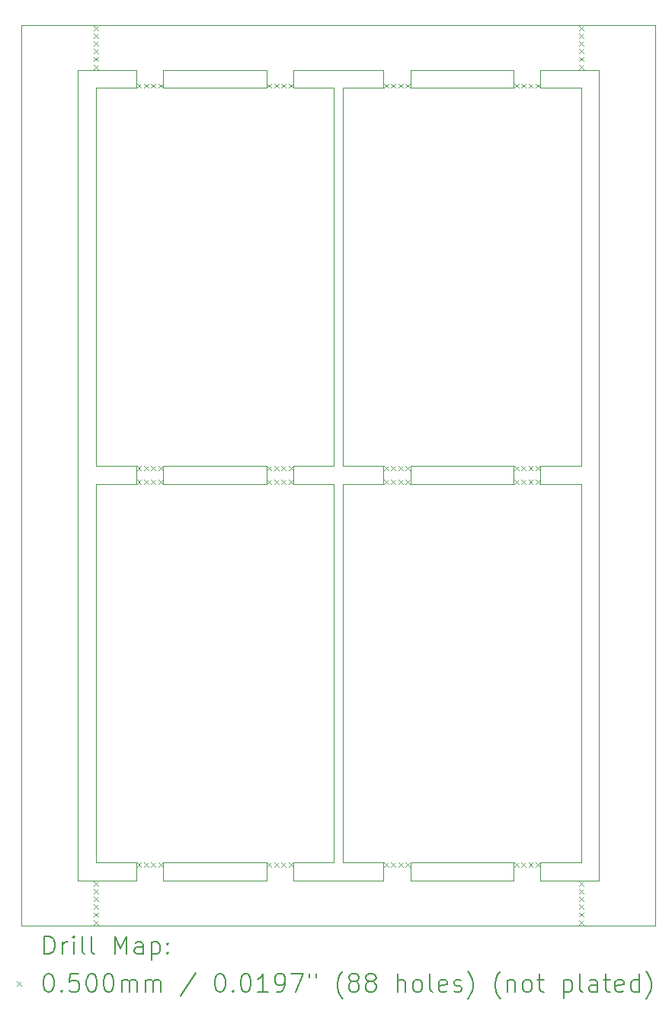
<source format=gbr>
%TF.GenerationSoftware,KiCad,Pcbnew,9.0.4*%
%TF.CreationDate,2025-08-20T19:39:29-04:00*%
%TF.ProjectId,jlcpcb_4x4,6a6c6370-6362-45f3-9478-342e6b696361,rev?*%
%TF.SameCoordinates,Original*%
%TF.FileFunction,Drillmap*%
%TF.FilePolarity,Positive*%
%FSLAX45Y45*%
G04 Gerber Fmt 4.5, Leading zero omitted, Abs format (unit mm)*
G04 Created by KiCad (PCBNEW 9.0.4) date 2025-08-20 19:39:29*
%MOMM*%
%LPD*%
G01*
G04 APERTURE LIST*
%ADD10C,0.100000*%
%ADD11C,0.200000*%
G04 APERTURE END LIST*
D10*
X827000Y-700000D02*
X827000Y-4900000D01*
X3473000Y-700000D02*
X3023000Y-700000D01*
X5469000Y-4999900D02*
X5469000Y-5000100D01*
X627000Y-500000D02*
X1277000Y-500000D01*
X5769000Y-4999900D02*
X5769000Y-4900000D01*
X4023000Y-9500000D02*
X3023000Y-9500000D01*
X4323000Y-4999900D02*
X4323000Y-4900000D01*
X1277000Y-500000D02*
X1277000Y-700000D01*
X2723000Y-5100000D02*
X1577000Y-5100000D01*
X4023000Y-4999900D02*
X4023000Y-5000100D01*
X5769000Y-9500000D02*
X5769000Y-9300000D01*
X3023000Y-5100000D02*
X3023000Y-5000100D01*
X5769000Y-9300000D02*
X6219000Y-9300000D01*
X827000Y-9300000D02*
X1277000Y-9300000D01*
X4023000Y-5000100D02*
X4023000Y-5100000D01*
X1277000Y-5000100D02*
X1277000Y-5100000D01*
X5769000Y-5100000D02*
X5769000Y-5000100D01*
X2723000Y-9500000D02*
X1577000Y-9500000D01*
X1277000Y-9300000D02*
X1277000Y-9500000D01*
X4023000Y-500000D02*
X4023000Y-700000D01*
X1577000Y-9300000D02*
X2723000Y-9300000D01*
X4023000Y-9300000D02*
X4023000Y-9500000D01*
X827000Y-5100000D02*
X827000Y-9300000D01*
X4023000Y-4900000D02*
X4023000Y-4999900D01*
X0Y-10000000D02*
X7046000Y-10000000D01*
X4323000Y-4900000D02*
X5469000Y-4900000D01*
X6219000Y-9300000D02*
X6219000Y-5100000D01*
X5469000Y-5000100D02*
X5469000Y-5100000D01*
X1277000Y-4900000D02*
X1277000Y-4999900D01*
X4323000Y-500000D02*
X5469000Y-500000D01*
X3023000Y-9300000D02*
X3473000Y-9300000D01*
X7046000Y-10000000D02*
X7046000Y0D01*
X2723000Y-4900000D02*
X2723000Y-4999900D01*
X3023000Y-4999900D02*
X3023000Y-4900000D01*
X3573000Y-9300000D02*
X4023000Y-9300000D01*
X5769000Y-4900000D02*
X6219000Y-4900000D01*
X4323000Y-5100000D02*
X4323000Y-5000100D01*
X1577000Y-5000100D02*
X1577000Y-4999900D01*
X3473000Y-9300000D02*
X3473000Y-5100000D01*
X4023000Y-5100000D02*
X3573000Y-5100000D01*
X4323000Y-700000D02*
X4323000Y-500000D01*
X627000Y-9500000D02*
X627000Y-500000D01*
X4323000Y-5000100D02*
X4323000Y-4999900D01*
X5469000Y-5100000D02*
X4323000Y-5100000D01*
X6419000Y-500000D02*
X6419000Y-9500000D01*
X1577000Y-5100000D02*
X1577000Y-5000100D01*
X2723000Y-4999900D02*
X2723000Y-5000100D01*
X1277000Y-700000D02*
X827000Y-700000D01*
X3023000Y-5000100D02*
X3023000Y-4999900D01*
X6219000Y-5100000D02*
X5769000Y-5100000D01*
X5469000Y-9300000D02*
X5469000Y-9500000D01*
X3023000Y-500000D02*
X4023000Y-500000D01*
X1577000Y-500000D02*
X2723000Y-500000D01*
X6219000Y-4900000D02*
X6219000Y-700000D01*
X6419000Y-9500000D02*
X5769000Y-9500000D01*
X5469000Y-9500000D02*
X4323000Y-9500000D01*
X5769000Y-700000D02*
X5769000Y-500000D01*
X1277000Y-5100000D02*
X827000Y-5100000D01*
X2723000Y-500000D02*
X2723000Y-700000D01*
X6219000Y-700000D02*
X5769000Y-700000D01*
X2723000Y-700000D02*
X1577000Y-700000D01*
X1277000Y-9500000D02*
X627000Y-9500000D01*
X0Y0D02*
X0Y-10000000D01*
X5469000Y-500000D02*
X5469000Y-700000D01*
X5469000Y-4900000D02*
X5469000Y-4999900D01*
X1577000Y-4900000D02*
X2723000Y-4900000D01*
X5469000Y-700000D02*
X4323000Y-700000D01*
X1577000Y-4999900D02*
X1577000Y-4900000D01*
X3023000Y-700000D02*
X3023000Y-500000D01*
X7046000Y0D02*
X0Y0D01*
X3573000Y-700000D02*
X3573000Y-4900000D01*
X3573000Y-4900000D02*
X4023000Y-4900000D01*
X3473000Y-4900000D02*
X3473000Y-700000D01*
X4323000Y-9500000D02*
X4323000Y-9300000D01*
X3023000Y-9500000D02*
X3023000Y-9300000D01*
X1277000Y-4999900D02*
X1277000Y-5000100D01*
X3473000Y-5100000D02*
X3023000Y-5100000D01*
X4323000Y-9300000D02*
X5469000Y-9300000D01*
X2723000Y-9300000D02*
X2723000Y-9500000D01*
X3573000Y-5100000D02*
X3573000Y-9300000D01*
X5769000Y-500000D02*
X6419000Y-500000D01*
X1577000Y-9500000D02*
X1577000Y-9300000D01*
X827000Y-4900000D02*
X1277000Y-4900000D01*
X5769000Y-5000100D02*
X5769000Y-4999900D01*
X4023000Y-700000D02*
X3573000Y-700000D01*
X3023000Y-4900000D02*
X3473000Y-4900000D01*
X2723000Y-5000100D02*
X2723000Y-5100000D01*
X1577000Y-700000D02*
X1577000Y-500000D01*
D11*
D10*
X802000Y-10714D02*
X852000Y-60714D01*
X852000Y-10714D02*
X802000Y-60714D01*
X802000Y-96429D02*
X852000Y-146429D01*
X852000Y-96429D02*
X802000Y-146429D01*
X802000Y-182143D02*
X852000Y-232143D01*
X852000Y-182143D02*
X802000Y-232143D01*
X802000Y-267857D02*
X852000Y-317857D01*
X852000Y-267857D02*
X802000Y-317857D01*
X802000Y-353571D02*
X852000Y-403571D01*
X852000Y-353571D02*
X802000Y-403571D01*
X802000Y-439286D02*
X852000Y-489286D01*
X852000Y-439286D02*
X802000Y-489286D01*
X802000Y-9510714D02*
X852000Y-9560714D01*
X852000Y-9510714D02*
X802000Y-9560714D01*
X802000Y-9596429D02*
X852000Y-9646429D01*
X852000Y-9596429D02*
X802000Y-9646429D01*
X802000Y-9682143D02*
X852000Y-9732143D01*
X852000Y-9682143D02*
X802000Y-9732143D01*
X802000Y-9767857D02*
X852000Y-9817857D01*
X852000Y-9767857D02*
X802000Y-9817857D01*
X802000Y-9853571D02*
X852000Y-9903571D01*
X852000Y-9853571D02*
X802000Y-9903571D01*
X802000Y-9939286D02*
X852000Y-9989286D01*
X852000Y-9939286D02*
X802000Y-9989286D01*
X1282000Y-650000D02*
X1332000Y-700000D01*
X1332000Y-650000D02*
X1282000Y-700000D01*
X1282000Y-4900000D02*
X1332000Y-4950000D01*
X1332000Y-4900000D02*
X1282000Y-4950000D01*
X1282000Y-5050000D02*
X1332000Y-5100000D01*
X1332000Y-5050000D02*
X1282000Y-5100000D01*
X1282000Y-9300000D02*
X1332000Y-9350000D01*
X1332000Y-9300000D02*
X1282000Y-9350000D01*
X1362000Y-650000D02*
X1412000Y-700000D01*
X1412000Y-650000D02*
X1362000Y-700000D01*
X1362000Y-4900000D02*
X1412000Y-4950000D01*
X1412000Y-4900000D02*
X1362000Y-4950000D01*
X1362000Y-5050000D02*
X1412000Y-5100000D01*
X1412000Y-5050000D02*
X1362000Y-5100000D01*
X1362000Y-9300000D02*
X1412000Y-9350000D01*
X1412000Y-9300000D02*
X1362000Y-9350000D01*
X1442000Y-650000D02*
X1492000Y-700000D01*
X1492000Y-650000D02*
X1442000Y-700000D01*
X1442000Y-4900000D02*
X1492000Y-4950000D01*
X1492000Y-4900000D02*
X1442000Y-4950000D01*
X1442000Y-5050000D02*
X1492000Y-5100000D01*
X1492000Y-5050000D02*
X1442000Y-5100000D01*
X1442000Y-9300000D02*
X1492000Y-9350000D01*
X1492000Y-9300000D02*
X1442000Y-9350000D01*
X1522000Y-650000D02*
X1572000Y-700000D01*
X1572000Y-650000D02*
X1522000Y-700000D01*
X1522000Y-4900000D02*
X1572000Y-4950000D01*
X1572000Y-4900000D02*
X1522000Y-4950000D01*
X1522000Y-5050000D02*
X1572000Y-5100000D01*
X1572000Y-5050000D02*
X1522000Y-5100000D01*
X1522000Y-9300000D02*
X1572000Y-9350000D01*
X1572000Y-9300000D02*
X1522000Y-9350000D01*
X2728000Y-650000D02*
X2778000Y-700000D01*
X2778000Y-650000D02*
X2728000Y-700000D01*
X2728000Y-4900000D02*
X2778000Y-4950000D01*
X2778000Y-4900000D02*
X2728000Y-4950000D01*
X2728000Y-5050000D02*
X2778000Y-5100000D01*
X2778000Y-5050000D02*
X2728000Y-5100000D01*
X2728000Y-9300000D02*
X2778000Y-9350000D01*
X2778000Y-9300000D02*
X2728000Y-9350000D01*
X2808000Y-650000D02*
X2858000Y-700000D01*
X2858000Y-650000D02*
X2808000Y-700000D01*
X2808000Y-4900000D02*
X2858000Y-4950000D01*
X2858000Y-4900000D02*
X2808000Y-4950000D01*
X2808000Y-5050000D02*
X2858000Y-5100000D01*
X2858000Y-5050000D02*
X2808000Y-5100000D01*
X2808000Y-9300000D02*
X2858000Y-9350000D01*
X2858000Y-9300000D02*
X2808000Y-9350000D01*
X2888000Y-650000D02*
X2938000Y-700000D01*
X2938000Y-650000D02*
X2888000Y-700000D01*
X2888000Y-4900000D02*
X2938000Y-4950000D01*
X2938000Y-4900000D02*
X2888000Y-4950000D01*
X2888000Y-5050000D02*
X2938000Y-5100000D01*
X2938000Y-5050000D02*
X2888000Y-5100000D01*
X2888000Y-9300000D02*
X2938000Y-9350000D01*
X2938000Y-9300000D02*
X2888000Y-9350000D01*
X2968000Y-650000D02*
X3018000Y-700000D01*
X3018000Y-650000D02*
X2968000Y-700000D01*
X2968000Y-4900000D02*
X3018000Y-4950000D01*
X3018000Y-4900000D02*
X2968000Y-4950000D01*
X2968000Y-5050000D02*
X3018000Y-5100000D01*
X3018000Y-5050000D02*
X2968000Y-5100000D01*
X2968000Y-9300000D02*
X3018000Y-9350000D01*
X3018000Y-9300000D02*
X2968000Y-9350000D01*
X4028000Y-650000D02*
X4078000Y-700000D01*
X4078000Y-650000D02*
X4028000Y-700000D01*
X4028000Y-4900000D02*
X4078000Y-4950000D01*
X4078000Y-4900000D02*
X4028000Y-4950000D01*
X4028000Y-5050000D02*
X4078000Y-5100000D01*
X4078000Y-5050000D02*
X4028000Y-5100000D01*
X4028000Y-9300000D02*
X4078000Y-9350000D01*
X4078000Y-9300000D02*
X4028000Y-9350000D01*
X4108000Y-650000D02*
X4158000Y-700000D01*
X4158000Y-650000D02*
X4108000Y-700000D01*
X4108000Y-4900000D02*
X4158000Y-4950000D01*
X4158000Y-4900000D02*
X4108000Y-4950000D01*
X4108000Y-5050000D02*
X4158000Y-5100000D01*
X4158000Y-5050000D02*
X4108000Y-5100000D01*
X4108000Y-9300000D02*
X4158000Y-9350000D01*
X4158000Y-9300000D02*
X4108000Y-9350000D01*
X4188000Y-650000D02*
X4238000Y-700000D01*
X4238000Y-650000D02*
X4188000Y-700000D01*
X4188000Y-4900000D02*
X4238000Y-4950000D01*
X4238000Y-4900000D02*
X4188000Y-4950000D01*
X4188000Y-5050000D02*
X4238000Y-5100000D01*
X4238000Y-5050000D02*
X4188000Y-5100000D01*
X4188000Y-9300000D02*
X4238000Y-9350000D01*
X4238000Y-9300000D02*
X4188000Y-9350000D01*
X4268000Y-650000D02*
X4318000Y-700000D01*
X4318000Y-650000D02*
X4268000Y-700000D01*
X4268000Y-4900000D02*
X4318000Y-4950000D01*
X4318000Y-4900000D02*
X4268000Y-4950000D01*
X4268000Y-5050000D02*
X4318000Y-5100000D01*
X4318000Y-5050000D02*
X4268000Y-5100000D01*
X4268000Y-9300000D02*
X4318000Y-9350000D01*
X4318000Y-9300000D02*
X4268000Y-9350000D01*
X5474000Y-650000D02*
X5524000Y-700000D01*
X5524000Y-650000D02*
X5474000Y-700000D01*
X5474000Y-4900000D02*
X5524000Y-4950000D01*
X5524000Y-4900000D02*
X5474000Y-4950000D01*
X5474000Y-5050000D02*
X5524000Y-5100000D01*
X5524000Y-5050000D02*
X5474000Y-5100000D01*
X5474000Y-9300000D02*
X5524000Y-9350000D01*
X5524000Y-9300000D02*
X5474000Y-9350000D01*
X5554000Y-650000D02*
X5604000Y-700000D01*
X5604000Y-650000D02*
X5554000Y-700000D01*
X5554000Y-4900000D02*
X5604000Y-4950000D01*
X5604000Y-4900000D02*
X5554000Y-4950000D01*
X5554000Y-5050000D02*
X5604000Y-5100000D01*
X5604000Y-5050000D02*
X5554000Y-5100000D01*
X5554000Y-9300000D02*
X5604000Y-9350000D01*
X5604000Y-9300000D02*
X5554000Y-9350000D01*
X5634000Y-650000D02*
X5684000Y-700000D01*
X5684000Y-650000D02*
X5634000Y-700000D01*
X5634000Y-4900000D02*
X5684000Y-4950000D01*
X5684000Y-4900000D02*
X5634000Y-4950000D01*
X5634000Y-5050000D02*
X5684000Y-5100000D01*
X5684000Y-5050000D02*
X5634000Y-5100000D01*
X5634000Y-9300000D02*
X5684000Y-9350000D01*
X5684000Y-9300000D02*
X5634000Y-9350000D01*
X5714000Y-650000D02*
X5764000Y-700000D01*
X5764000Y-650000D02*
X5714000Y-700000D01*
X5714000Y-4900000D02*
X5764000Y-4950000D01*
X5764000Y-4900000D02*
X5714000Y-4950000D01*
X5714000Y-5050000D02*
X5764000Y-5100000D01*
X5764000Y-5050000D02*
X5714000Y-5100000D01*
X5714000Y-9300000D02*
X5764000Y-9350000D01*
X5764000Y-9300000D02*
X5714000Y-9350000D01*
X6194000Y-10714D02*
X6244000Y-60714D01*
X6244000Y-10714D02*
X6194000Y-60714D01*
X6194000Y-96429D02*
X6244000Y-146429D01*
X6244000Y-96429D02*
X6194000Y-146429D01*
X6194000Y-182143D02*
X6244000Y-232143D01*
X6244000Y-182143D02*
X6194000Y-232143D01*
X6194000Y-267857D02*
X6244000Y-317857D01*
X6244000Y-267857D02*
X6194000Y-317857D01*
X6194000Y-353571D02*
X6244000Y-403571D01*
X6244000Y-353571D02*
X6194000Y-403571D01*
X6194000Y-439286D02*
X6244000Y-489286D01*
X6244000Y-439286D02*
X6194000Y-489286D01*
X6194000Y-9510714D02*
X6244000Y-9560714D01*
X6244000Y-9510714D02*
X6194000Y-9560714D01*
X6194000Y-9596429D02*
X6244000Y-9646429D01*
X6244000Y-9596429D02*
X6194000Y-9646429D01*
X6194000Y-9682143D02*
X6244000Y-9732143D01*
X6244000Y-9682143D02*
X6194000Y-9732143D01*
X6194000Y-9767857D02*
X6244000Y-9817857D01*
X6244000Y-9767857D02*
X6194000Y-9817857D01*
X6194000Y-9853571D02*
X6244000Y-9903571D01*
X6244000Y-9853571D02*
X6194000Y-9903571D01*
X6194000Y-9939286D02*
X6244000Y-9989286D01*
X6244000Y-9939286D02*
X6194000Y-9989286D01*
D11*
X255777Y-10316484D02*
X255777Y-10116484D01*
X255777Y-10116484D02*
X303396Y-10116484D01*
X303396Y-10116484D02*
X331967Y-10126008D01*
X331967Y-10126008D02*
X351015Y-10145055D01*
X351015Y-10145055D02*
X360539Y-10164103D01*
X360539Y-10164103D02*
X370062Y-10202198D01*
X370062Y-10202198D02*
X370062Y-10230770D01*
X370062Y-10230770D02*
X360539Y-10268865D01*
X360539Y-10268865D02*
X351015Y-10287912D01*
X351015Y-10287912D02*
X331967Y-10306960D01*
X331967Y-10306960D02*
X303396Y-10316484D01*
X303396Y-10316484D02*
X255777Y-10316484D01*
X455777Y-10316484D02*
X455777Y-10183150D01*
X455777Y-10221246D02*
X465301Y-10202198D01*
X465301Y-10202198D02*
X474824Y-10192674D01*
X474824Y-10192674D02*
X493872Y-10183150D01*
X493872Y-10183150D02*
X512920Y-10183150D01*
X579586Y-10316484D02*
X579586Y-10183150D01*
X579586Y-10116484D02*
X570063Y-10126008D01*
X570063Y-10126008D02*
X579586Y-10135531D01*
X579586Y-10135531D02*
X589110Y-10126008D01*
X589110Y-10126008D02*
X579586Y-10116484D01*
X579586Y-10116484D02*
X579586Y-10135531D01*
X703396Y-10316484D02*
X684348Y-10306960D01*
X684348Y-10306960D02*
X674824Y-10287912D01*
X674824Y-10287912D02*
X674824Y-10116484D01*
X808158Y-10316484D02*
X789110Y-10306960D01*
X789110Y-10306960D02*
X779586Y-10287912D01*
X779586Y-10287912D02*
X779586Y-10116484D01*
X1036729Y-10316484D02*
X1036729Y-10116484D01*
X1036729Y-10116484D02*
X1103396Y-10259341D01*
X1103396Y-10259341D02*
X1170063Y-10116484D01*
X1170063Y-10116484D02*
X1170063Y-10316484D01*
X1351015Y-10316484D02*
X1351015Y-10211722D01*
X1351015Y-10211722D02*
X1341491Y-10192674D01*
X1341491Y-10192674D02*
X1322444Y-10183150D01*
X1322444Y-10183150D02*
X1284348Y-10183150D01*
X1284348Y-10183150D02*
X1265301Y-10192674D01*
X1351015Y-10306960D02*
X1331967Y-10316484D01*
X1331967Y-10316484D02*
X1284348Y-10316484D01*
X1284348Y-10316484D02*
X1265301Y-10306960D01*
X1265301Y-10306960D02*
X1255777Y-10287912D01*
X1255777Y-10287912D02*
X1255777Y-10268865D01*
X1255777Y-10268865D02*
X1265301Y-10249817D01*
X1265301Y-10249817D02*
X1284348Y-10240293D01*
X1284348Y-10240293D02*
X1331967Y-10240293D01*
X1331967Y-10240293D02*
X1351015Y-10230770D01*
X1446253Y-10183150D02*
X1446253Y-10383150D01*
X1446253Y-10192674D02*
X1465301Y-10183150D01*
X1465301Y-10183150D02*
X1503396Y-10183150D01*
X1503396Y-10183150D02*
X1522443Y-10192674D01*
X1522443Y-10192674D02*
X1531967Y-10202198D01*
X1531967Y-10202198D02*
X1541491Y-10221246D01*
X1541491Y-10221246D02*
X1541491Y-10278389D01*
X1541491Y-10278389D02*
X1531967Y-10297436D01*
X1531967Y-10297436D02*
X1522443Y-10306960D01*
X1522443Y-10306960D02*
X1503396Y-10316484D01*
X1503396Y-10316484D02*
X1465301Y-10316484D01*
X1465301Y-10316484D02*
X1446253Y-10306960D01*
X1627205Y-10297436D02*
X1636729Y-10306960D01*
X1636729Y-10306960D02*
X1627205Y-10316484D01*
X1627205Y-10316484D02*
X1617682Y-10306960D01*
X1617682Y-10306960D02*
X1627205Y-10297436D01*
X1627205Y-10297436D02*
X1627205Y-10316484D01*
X1627205Y-10192674D02*
X1636729Y-10202198D01*
X1636729Y-10202198D02*
X1627205Y-10211722D01*
X1627205Y-10211722D02*
X1617682Y-10202198D01*
X1617682Y-10202198D02*
X1627205Y-10192674D01*
X1627205Y-10192674D02*
X1627205Y-10211722D01*
D10*
X-55000Y-10620000D02*
X-5000Y-10670000D01*
X-5000Y-10620000D02*
X-55000Y-10670000D01*
D11*
X293872Y-10536484D02*
X312920Y-10536484D01*
X312920Y-10536484D02*
X331967Y-10546008D01*
X331967Y-10546008D02*
X341491Y-10555531D01*
X341491Y-10555531D02*
X351015Y-10574579D01*
X351015Y-10574579D02*
X360539Y-10612674D01*
X360539Y-10612674D02*
X360539Y-10660293D01*
X360539Y-10660293D02*
X351015Y-10698389D01*
X351015Y-10698389D02*
X341491Y-10717436D01*
X341491Y-10717436D02*
X331967Y-10726960D01*
X331967Y-10726960D02*
X312920Y-10736484D01*
X312920Y-10736484D02*
X293872Y-10736484D01*
X293872Y-10736484D02*
X274824Y-10726960D01*
X274824Y-10726960D02*
X265301Y-10717436D01*
X265301Y-10717436D02*
X255777Y-10698389D01*
X255777Y-10698389D02*
X246253Y-10660293D01*
X246253Y-10660293D02*
X246253Y-10612674D01*
X246253Y-10612674D02*
X255777Y-10574579D01*
X255777Y-10574579D02*
X265301Y-10555531D01*
X265301Y-10555531D02*
X274824Y-10546008D01*
X274824Y-10546008D02*
X293872Y-10536484D01*
X446253Y-10717436D02*
X455777Y-10726960D01*
X455777Y-10726960D02*
X446253Y-10736484D01*
X446253Y-10736484D02*
X436729Y-10726960D01*
X436729Y-10726960D02*
X446253Y-10717436D01*
X446253Y-10717436D02*
X446253Y-10736484D01*
X636729Y-10536484D02*
X541491Y-10536484D01*
X541491Y-10536484D02*
X531967Y-10631722D01*
X531967Y-10631722D02*
X541491Y-10622198D01*
X541491Y-10622198D02*
X560539Y-10612674D01*
X560539Y-10612674D02*
X608158Y-10612674D01*
X608158Y-10612674D02*
X627205Y-10622198D01*
X627205Y-10622198D02*
X636729Y-10631722D01*
X636729Y-10631722D02*
X646253Y-10650770D01*
X646253Y-10650770D02*
X646253Y-10698389D01*
X646253Y-10698389D02*
X636729Y-10717436D01*
X636729Y-10717436D02*
X627205Y-10726960D01*
X627205Y-10726960D02*
X608158Y-10736484D01*
X608158Y-10736484D02*
X560539Y-10736484D01*
X560539Y-10736484D02*
X541491Y-10726960D01*
X541491Y-10726960D02*
X531967Y-10717436D01*
X770062Y-10536484D02*
X789110Y-10536484D01*
X789110Y-10536484D02*
X808158Y-10546008D01*
X808158Y-10546008D02*
X817682Y-10555531D01*
X817682Y-10555531D02*
X827205Y-10574579D01*
X827205Y-10574579D02*
X836729Y-10612674D01*
X836729Y-10612674D02*
X836729Y-10660293D01*
X836729Y-10660293D02*
X827205Y-10698389D01*
X827205Y-10698389D02*
X817682Y-10717436D01*
X817682Y-10717436D02*
X808158Y-10726960D01*
X808158Y-10726960D02*
X789110Y-10736484D01*
X789110Y-10736484D02*
X770062Y-10736484D01*
X770062Y-10736484D02*
X751015Y-10726960D01*
X751015Y-10726960D02*
X741491Y-10717436D01*
X741491Y-10717436D02*
X731967Y-10698389D01*
X731967Y-10698389D02*
X722443Y-10660293D01*
X722443Y-10660293D02*
X722443Y-10612674D01*
X722443Y-10612674D02*
X731967Y-10574579D01*
X731967Y-10574579D02*
X741491Y-10555531D01*
X741491Y-10555531D02*
X751015Y-10546008D01*
X751015Y-10546008D02*
X770062Y-10536484D01*
X960539Y-10536484D02*
X979586Y-10536484D01*
X979586Y-10536484D02*
X998634Y-10546008D01*
X998634Y-10546008D02*
X1008158Y-10555531D01*
X1008158Y-10555531D02*
X1017682Y-10574579D01*
X1017682Y-10574579D02*
X1027205Y-10612674D01*
X1027205Y-10612674D02*
X1027205Y-10660293D01*
X1027205Y-10660293D02*
X1017682Y-10698389D01*
X1017682Y-10698389D02*
X1008158Y-10717436D01*
X1008158Y-10717436D02*
X998634Y-10726960D01*
X998634Y-10726960D02*
X979586Y-10736484D01*
X979586Y-10736484D02*
X960539Y-10736484D01*
X960539Y-10736484D02*
X941491Y-10726960D01*
X941491Y-10726960D02*
X931967Y-10717436D01*
X931967Y-10717436D02*
X922443Y-10698389D01*
X922443Y-10698389D02*
X912920Y-10660293D01*
X912920Y-10660293D02*
X912920Y-10612674D01*
X912920Y-10612674D02*
X922443Y-10574579D01*
X922443Y-10574579D02*
X931967Y-10555531D01*
X931967Y-10555531D02*
X941491Y-10546008D01*
X941491Y-10546008D02*
X960539Y-10536484D01*
X1112920Y-10736484D02*
X1112920Y-10603150D01*
X1112920Y-10622198D02*
X1122444Y-10612674D01*
X1122444Y-10612674D02*
X1141491Y-10603150D01*
X1141491Y-10603150D02*
X1170063Y-10603150D01*
X1170063Y-10603150D02*
X1189110Y-10612674D01*
X1189110Y-10612674D02*
X1198634Y-10631722D01*
X1198634Y-10631722D02*
X1198634Y-10736484D01*
X1198634Y-10631722D02*
X1208158Y-10612674D01*
X1208158Y-10612674D02*
X1227205Y-10603150D01*
X1227205Y-10603150D02*
X1255777Y-10603150D01*
X1255777Y-10603150D02*
X1274825Y-10612674D01*
X1274825Y-10612674D02*
X1284348Y-10631722D01*
X1284348Y-10631722D02*
X1284348Y-10736484D01*
X1379586Y-10736484D02*
X1379586Y-10603150D01*
X1379586Y-10622198D02*
X1389110Y-10612674D01*
X1389110Y-10612674D02*
X1408158Y-10603150D01*
X1408158Y-10603150D02*
X1436729Y-10603150D01*
X1436729Y-10603150D02*
X1455777Y-10612674D01*
X1455777Y-10612674D02*
X1465301Y-10631722D01*
X1465301Y-10631722D02*
X1465301Y-10736484D01*
X1465301Y-10631722D02*
X1474824Y-10612674D01*
X1474824Y-10612674D02*
X1493872Y-10603150D01*
X1493872Y-10603150D02*
X1522443Y-10603150D01*
X1522443Y-10603150D02*
X1541491Y-10612674D01*
X1541491Y-10612674D02*
X1551015Y-10631722D01*
X1551015Y-10631722D02*
X1551015Y-10736484D01*
X1941491Y-10526960D02*
X1770063Y-10784103D01*
X2198634Y-10536484D02*
X2217682Y-10536484D01*
X2217682Y-10536484D02*
X2236729Y-10546008D01*
X2236729Y-10546008D02*
X2246253Y-10555531D01*
X2246253Y-10555531D02*
X2255777Y-10574579D01*
X2255777Y-10574579D02*
X2265301Y-10612674D01*
X2265301Y-10612674D02*
X2265301Y-10660293D01*
X2265301Y-10660293D02*
X2255777Y-10698389D01*
X2255777Y-10698389D02*
X2246253Y-10717436D01*
X2246253Y-10717436D02*
X2236729Y-10726960D01*
X2236729Y-10726960D02*
X2217682Y-10736484D01*
X2217682Y-10736484D02*
X2198634Y-10736484D01*
X2198634Y-10736484D02*
X2179587Y-10726960D01*
X2179587Y-10726960D02*
X2170063Y-10717436D01*
X2170063Y-10717436D02*
X2160539Y-10698389D01*
X2160539Y-10698389D02*
X2151015Y-10660293D01*
X2151015Y-10660293D02*
X2151015Y-10612674D01*
X2151015Y-10612674D02*
X2160539Y-10574579D01*
X2160539Y-10574579D02*
X2170063Y-10555531D01*
X2170063Y-10555531D02*
X2179587Y-10546008D01*
X2179587Y-10546008D02*
X2198634Y-10536484D01*
X2351015Y-10717436D02*
X2360539Y-10726960D01*
X2360539Y-10726960D02*
X2351015Y-10736484D01*
X2351015Y-10736484D02*
X2341491Y-10726960D01*
X2341491Y-10726960D02*
X2351015Y-10717436D01*
X2351015Y-10717436D02*
X2351015Y-10736484D01*
X2484348Y-10536484D02*
X2503396Y-10536484D01*
X2503396Y-10536484D02*
X2522444Y-10546008D01*
X2522444Y-10546008D02*
X2531968Y-10555531D01*
X2531968Y-10555531D02*
X2541491Y-10574579D01*
X2541491Y-10574579D02*
X2551015Y-10612674D01*
X2551015Y-10612674D02*
X2551015Y-10660293D01*
X2551015Y-10660293D02*
X2541491Y-10698389D01*
X2541491Y-10698389D02*
X2531968Y-10717436D01*
X2531968Y-10717436D02*
X2522444Y-10726960D01*
X2522444Y-10726960D02*
X2503396Y-10736484D01*
X2503396Y-10736484D02*
X2484348Y-10736484D01*
X2484348Y-10736484D02*
X2465301Y-10726960D01*
X2465301Y-10726960D02*
X2455777Y-10717436D01*
X2455777Y-10717436D02*
X2446253Y-10698389D01*
X2446253Y-10698389D02*
X2436729Y-10660293D01*
X2436729Y-10660293D02*
X2436729Y-10612674D01*
X2436729Y-10612674D02*
X2446253Y-10574579D01*
X2446253Y-10574579D02*
X2455777Y-10555531D01*
X2455777Y-10555531D02*
X2465301Y-10546008D01*
X2465301Y-10546008D02*
X2484348Y-10536484D01*
X2741491Y-10736484D02*
X2627206Y-10736484D01*
X2684348Y-10736484D02*
X2684348Y-10536484D01*
X2684348Y-10536484D02*
X2665301Y-10565055D01*
X2665301Y-10565055D02*
X2646253Y-10584103D01*
X2646253Y-10584103D02*
X2627206Y-10593627D01*
X2836729Y-10736484D02*
X2874825Y-10736484D01*
X2874825Y-10736484D02*
X2893872Y-10726960D01*
X2893872Y-10726960D02*
X2903396Y-10717436D01*
X2903396Y-10717436D02*
X2922444Y-10688865D01*
X2922444Y-10688865D02*
X2931967Y-10650770D01*
X2931967Y-10650770D02*
X2931967Y-10574579D01*
X2931967Y-10574579D02*
X2922444Y-10555531D01*
X2922444Y-10555531D02*
X2912920Y-10546008D01*
X2912920Y-10546008D02*
X2893872Y-10536484D01*
X2893872Y-10536484D02*
X2855777Y-10536484D01*
X2855777Y-10536484D02*
X2836729Y-10546008D01*
X2836729Y-10546008D02*
X2827206Y-10555531D01*
X2827206Y-10555531D02*
X2817682Y-10574579D01*
X2817682Y-10574579D02*
X2817682Y-10622198D01*
X2817682Y-10622198D02*
X2827206Y-10641246D01*
X2827206Y-10641246D02*
X2836729Y-10650770D01*
X2836729Y-10650770D02*
X2855777Y-10660293D01*
X2855777Y-10660293D02*
X2893872Y-10660293D01*
X2893872Y-10660293D02*
X2912920Y-10650770D01*
X2912920Y-10650770D02*
X2922444Y-10641246D01*
X2922444Y-10641246D02*
X2931967Y-10622198D01*
X2998634Y-10536484D02*
X3131967Y-10536484D01*
X3131967Y-10536484D02*
X3046253Y-10736484D01*
X3198634Y-10536484D02*
X3198634Y-10574579D01*
X3274825Y-10536484D02*
X3274825Y-10574579D01*
X3570063Y-10812674D02*
X3560539Y-10803150D01*
X3560539Y-10803150D02*
X3541491Y-10774579D01*
X3541491Y-10774579D02*
X3531968Y-10755531D01*
X3531968Y-10755531D02*
X3522444Y-10726960D01*
X3522444Y-10726960D02*
X3512920Y-10679341D01*
X3512920Y-10679341D02*
X3512920Y-10641246D01*
X3512920Y-10641246D02*
X3522444Y-10593627D01*
X3522444Y-10593627D02*
X3531968Y-10565055D01*
X3531968Y-10565055D02*
X3541491Y-10546008D01*
X3541491Y-10546008D02*
X3560539Y-10517436D01*
X3560539Y-10517436D02*
X3570063Y-10507912D01*
X3674825Y-10622198D02*
X3655777Y-10612674D01*
X3655777Y-10612674D02*
X3646253Y-10603150D01*
X3646253Y-10603150D02*
X3636729Y-10584103D01*
X3636729Y-10584103D02*
X3636729Y-10574579D01*
X3636729Y-10574579D02*
X3646253Y-10555531D01*
X3646253Y-10555531D02*
X3655777Y-10546008D01*
X3655777Y-10546008D02*
X3674825Y-10536484D01*
X3674825Y-10536484D02*
X3712920Y-10536484D01*
X3712920Y-10536484D02*
X3731968Y-10546008D01*
X3731968Y-10546008D02*
X3741491Y-10555531D01*
X3741491Y-10555531D02*
X3751015Y-10574579D01*
X3751015Y-10574579D02*
X3751015Y-10584103D01*
X3751015Y-10584103D02*
X3741491Y-10603150D01*
X3741491Y-10603150D02*
X3731968Y-10612674D01*
X3731968Y-10612674D02*
X3712920Y-10622198D01*
X3712920Y-10622198D02*
X3674825Y-10622198D01*
X3674825Y-10622198D02*
X3655777Y-10631722D01*
X3655777Y-10631722D02*
X3646253Y-10641246D01*
X3646253Y-10641246D02*
X3636729Y-10660293D01*
X3636729Y-10660293D02*
X3636729Y-10698389D01*
X3636729Y-10698389D02*
X3646253Y-10717436D01*
X3646253Y-10717436D02*
X3655777Y-10726960D01*
X3655777Y-10726960D02*
X3674825Y-10736484D01*
X3674825Y-10736484D02*
X3712920Y-10736484D01*
X3712920Y-10736484D02*
X3731968Y-10726960D01*
X3731968Y-10726960D02*
X3741491Y-10717436D01*
X3741491Y-10717436D02*
X3751015Y-10698389D01*
X3751015Y-10698389D02*
X3751015Y-10660293D01*
X3751015Y-10660293D02*
X3741491Y-10641246D01*
X3741491Y-10641246D02*
X3731968Y-10631722D01*
X3731968Y-10631722D02*
X3712920Y-10622198D01*
X3865301Y-10622198D02*
X3846253Y-10612674D01*
X3846253Y-10612674D02*
X3836729Y-10603150D01*
X3836729Y-10603150D02*
X3827206Y-10584103D01*
X3827206Y-10584103D02*
X3827206Y-10574579D01*
X3827206Y-10574579D02*
X3836729Y-10555531D01*
X3836729Y-10555531D02*
X3846253Y-10546008D01*
X3846253Y-10546008D02*
X3865301Y-10536484D01*
X3865301Y-10536484D02*
X3903396Y-10536484D01*
X3903396Y-10536484D02*
X3922444Y-10546008D01*
X3922444Y-10546008D02*
X3931968Y-10555531D01*
X3931968Y-10555531D02*
X3941491Y-10574579D01*
X3941491Y-10574579D02*
X3941491Y-10584103D01*
X3941491Y-10584103D02*
X3931968Y-10603150D01*
X3931968Y-10603150D02*
X3922444Y-10612674D01*
X3922444Y-10612674D02*
X3903396Y-10622198D01*
X3903396Y-10622198D02*
X3865301Y-10622198D01*
X3865301Y-10622198D02*
X3846253Y-10631722D01*
X3846253Y-10631722D02*
X3836729Y-10641246D01*
X3836729Y-10641246D02*
X3827206Y-10660293D01*
X3827206Y-10660293D02*
X3827206Y-10698389D01*
X3827206Y-10698389D02*
X3836729Y-10717436D01*
X3836729Y-10717436D02*
X3846253Y-10726960D01*
X3846253Y-10726960D02*
X3865301Y-10736484D01*
X3865301Y-10736484D02*
X3903396Y-10736484D01*
X3903396Y-10736484D02*
X3922444Y-10726960D01*
X3922444Y-10726960D02*
X3931968Y-10717436D01*
X3931968Y-10717436D02*
X3941491Y-10698389D01*
X3941491Y-10698389D02*
X3941491Y-10660293D01*
X3941491Y-10660293D02*
X3931968Y-10641246D01*
X3931968Y-10641246D02*
X3922444Y-10631722D01*
X3922444Y-10631722D02*
X3903396Y-10622198D01*
X4179587Y-10736484D02*
X4179587Y-10536484D01*
X4265301Y-10736484D02*
X4265301Y-10631722D01*
X4265301Y-10631722D02*
X4255777Y-10612674D01*
X4255777Y-10612674D02*
X4236730Y-10603150D01*
X4236730Y-10603150D02*
X4208158Y-10603150D01*
X4208158Y-10603150D02*
X4189110Y-10612674D01*
X4189110Y-10612674D02*
X4179587Y-10622198D01*
X4389111Y-10736484D02*
X4370063Y-10726960D01*
X4370063Y-10726960D02*
X4360539Y-10717436D01*
X4360539Y-10717436D02*
X4351015Y-10698389D01*
X4351015Y-10698389D02*
X4351015Y-10641246D01*
X4351015Y-10641246D02*
X4360539Y-10622198D01*
X4360539Y-10622198D02*
X4370063Y-10612674D01*
X4370063Y-10612674D02*
X4389111Y-10603150D01*
X4389111Y-10603150D02*
X4417682Y-10603150D01*
X4417682Y-10603150D02*
X4436730Y-10612674D01*
X4436730Y-10612674D02*
X4446253Y-10622198D01*
X4446253Y-10622198D02*
X4455777Y-10641246D01*
X4455777Y-10641246D02*
X4455777Y-10698389D01*
X4455777Y-10698389D02*
X4446253Y-10717436D01*
X4446253Y-10717436D02*
X4436730Y-10726960D01*
X4436730Y-10726960D02*
X4417682Y-10736484D01*
X4417682Y-10736484D02*
X4389111Y-10736484D01*
X4570063Y-10736484D02*
X4551015Y-10726960D01*
X4551015Y-10726960D02*
X4541492Y-10707912D01*
X4541492Y-10707912D02*
X4541492Y-10536484D01*
X4722444Y-10726960D02*
X4703396Y-10736484D01*
X4703396Y-10736484D02*
X4665301Y-10736484D01*
X4665301Y-10736484D02*
X4646253Y-10726960D01*
X4646253Y-10726960D02*
X4636730Y-10707912D01*
X4636730Y-10707912D02*
X4636730Y-10631722D01*
X4636730Y-10631722D02*
X4646253Y-10612674D01*
X4646253Y-10612674D02*
X4665301Y-10603150D01*
X4665301Y-10603150D02*
X4703396Y-10603150D01*
X4703396Y-10603150D02*
X4722444Y-10612674D01*
X4722444Y-10612674D02*
X4731968Y-10631722D01*
X4731968Y-10631722D02*
X4731968Y-10650770D01*
X4731968Y-10650770D02*
X4636730Y-10669817D01*
X4808158Y-10726960D02*
X4827206Y-10736484D01*
X4827206Y-10736484D02*
X4865301Y-10736484D01*
X4865301Y-10736484D02*
X4884349Y-10726960D01*
X4884349Y-10726960D02*
X4893873Y-10707912D01*
X4893873Y-10707912D02*
X4893873Y-10698389D01*
X4893873Y-10698389D02*
X4884349Y-10679341D01*
X4884349Y-10679341D02*
X4865301Y-10669817D01*
X4865301Y-10669817D02*
X4836730Y-10669817D01*
X4836730Y-10669817D02*
X4817682Y-10660293D01*
X4817682Y-10660293D02*
X4808158Y-10641246D01*
X4808158Y-10641246D02*
X4808158Y-10631722D01*
X4808158Y-10631722D02*
X4817682Y-10612674D01*
X4817682Y-10612674D02*
X4836730Y-10603150D01*
X4836730Y-10603150D02*
X4865301Y-10603150D01*
X4865301Y-10603150D02*
X4884349Y-10612674D01*
X4960539Y-10812674D02*
X4970063Y-10803150D01*
X4970063Y-10803150D02*
X4989111Y-10774579D01*
X4989111Y-10774579D02*
X4998634Y-10755531D01*
X4998634Y-10755531D02*
X5008158Y-10726960D01*
X5008158Y-10726960D02*
X5017682Y-10679341D01*
X5017682Y-10679341D02*
X5017682Y-10641246D01*
X5017682Y-10641246D02*
X5008158Y-10593627D01*
X5008158Y-10593627D02*
X4998634Y-10565055D01*
X4998634Y-10565055D02*
X4989111Y-10546008D01*
X4989111Y-10546008D02*
X4970063Y-10517436D01*
X4970063Y-10517436D02*
X4960539Y-10507912D01*
X5322444Y-10812674D02*
X5312920Y-10803150D01*
X5312920Y-10803150D02*
X5293873Y-10774579D01*
X5293873Y-10774579D02*
X5284349Y-10755531D01*
X5284349Y-10755531D02*
X5274825Y-10726960D01*
X5274825Y-10726960D02*
X5265301Y-10679341D01*
X5265301Y-10679341D02*
X5265301Y-10641246D01*
X5265301Y-10641246D02*
X5274825Y-10593627D01*
X5274825Y-10593627D02*
X5284349Y-10565055D01*
X5284349Y-10565055D02*
X5293873Y-10546008D01*
X5293873Y-10546008D02*
X5312920Y-10517436D01*
X5312920Y-10517436D02*
X5322444Y-10507912D01*
X5398634Y-10603150D02*
X5398634Y-10736484D01*
X5398634Y-10622198D02*
X5408158Y-10612674D01*
X5408158Y-10612674D02*
X5427206Y-10603150D01*
X5427206Y-10603150D02*
X5455777Y-10603150D01*
X5455777Y-10603150D02*
X5474825Y-10612674D01*
X5474825Y-10612674D02*
X5484349Y-10631722D01*
X5484349Y-10631722D02*
X5484349Y-10736484D01*
X5608158Y-10736484D02*
X5589111Y-10726960D01*
X5589111Y-10726960D02*
X5579587Y-10717436D01*
X5579587Y-10717436D02*
X5570063Y-10698389D01*
X5570063Y-10698389D02*
X5570063Y-10641246D01*
X5570063Y-10641246D02*
X5579587Y-10622198D01*
X5579587Y-10622198D02*
X5589111Y-10612674D01*
X5589111Y-10612674D02*
X5608158Y-10603150D01*
X5608158Y-10603150D02*
X5636730Y-10603150D01*
X5636730Y-10603150D02*
X5655777Y-10612674D01*
X5655777Y-10612674D02*
X5665301Y-10622198D01*
X5665301Y-10622198D02*
X5674825Y-10641246D01*
X5674825Y-10641246D02*
X5674825Y-10698389D01*
X5674825Y-10698389D02*
X5665301Y-10717436D01*
X5665301Y-10717436D02*
X5655777Y-10726960D01*
X5655777Y-10726960D02*
X5636730Y-10736484D01*
X5636730Y-10736484D02*
X5608158Y-10736484D01*
X5731968Y-10603150D02*
X5808158Y-10603150D01*
X5760539Y-10536484D02*
X5760539Y-10707912D01*
X5760539Y-10707912D02*
X5770063Y-10726960D01*
X5770063Y-10726960D02*
X5789111Y-10736484D01*
X5789111Y-10736484D02*
X5808158Y-10736484D01*
X6027206Y-10603150D02*
X6027206Y-10803150D01*
X6027206Y-10612674D02*
X6046253Y-10603150D01*
X6046253Y-10603150D02*
X6084349Y-10603150D01*
X6084349Y-10603150D02*
X6103396Y-10612674D01*
X6103396Y-10612674D02*
X6112920Y-10622198D01*
X6112920Y-10622198D02*
X6122444Y-10641246D01*
X6122444Y-10641246D02*
X6122444Y-10698389D01*
X6122444Y-10698389D02*
X6112920Y-10717436D01*
X6112920Y-10717436D02*
X6103396Y-10726960D01*
X6103396Y-10726960D02*
X6084349Y-10736484D01*
X6084349Y-10736484D02*
X6046253Y-10736484D01*
X6046253Y-10736484D02*
X6027206Y-10726960D01*
X6236730Y-10736484D02*
X6217682Y-10726960D01*
X6217682Y-10726960D02*
X6208158Y-10707912D01*
X6208158Y-10707912D02*
X6208158Y-10536484D01*
X6398634Y-10736484D02*
X6398634Y-10631722D01*
X6398634Y-10631722D02*
X6389111Y-10612674D01*
X6389111Y-10612674D02*
X6370063Y-10603150D01*
X6370063Y-10603150D02*
X6331968Y-10603150D01*
X6331968Y-10603150D02*
X6312920Y-10612674D01*
X6398634Y-10726960D02*
X6379587Y-10736484D01*
X6379587Y-10736484D02*
X6331968Y-10736484D01*
X6331968Y-10736484D02*
X6312920Y-10726960D01*
X6312920Y-10726960D02*
X6303396Y-10707912D01*
X6303396Y-10707912D02*
X6303396Y-10688865D01*
X6303396Y-10688865D02*
X6312920Y-10669817D01*
X6312920Y-10669817D02*
X6331968Y-10660293D01*
X6331968Y-10660293D02*
X6379587Y-10660293D01*
X6379587Y-10660293D02*
X6398634Y-10650770D01*
X6465301Y-10603150D02*
X6541492Y-10603150D01*
X6493873Y-10536484D02*
X6493873Y-10707912D01*
X6493873Y-10707912D02*
X6503396Y-10726960D01*
X6503396Y-10726960D02*
X6522444Y-10736484D01*
X6522444Y-10736484D02*
X6541492Y-10736484D01*
X6684349Y-10726960D02*
X6665301Y-10736484D01*
X6665301Y-10736484D02*
X6627206Y-10736484D01*
X6627206Y-10736484D02*
X6608158Y-10726960D01*
X6608158Y-10726960D02*
X6598634Y-10707912D01*
X6598634Y-10707912D02*
X6598634Y-10631722D01*
X6598634Y-10631722D02*
X6608158Y-10612674D01*
X6608158Y-10612674D02*
X6627206Y-10603150D01*
X6627206Y-10603150D02*
X6665301Y-10603150D01*
X6665301Y-10603150D02*
X6684349Y-10612674D01*
X6684349Y-10612674D02*
X6693873Y-10631722D01*
X6693873Y-10631722D02*
X6693873Y-10650770D01*
X6693873Y-10650770D02*
X6598634Y-10669817D01*
X6865301Y-10736484D02*
X6865301Y-10536484D01*
X6865301Y-10726960D02*
X6846254Y-10736484D01*
X6846254Y-10736484D02*
X6808158Y-10736484D01*
X6808158Y-10736484D02*
X6789111Y-10726960D01*
X6789111Y-10726960D02*
X6779587Y-10717436D01*
X6779587Y-10717436D02*
X6770063Y-10698389D01*
X6770063Y-10698389D02*
X6770063Y-10641246D01*
X6770063Y-10641246D02*
X6779587Y-10622198D01*
X6779587Y-10622198D02*
X6789111Y-10612674D01*
X6789111Y-10612674D02*
X6808158Y-10603150D01*
X6808158Y-10603150D02*
X6846254Y-10603150D01*
X6846254Y-10603150D02*
X6865301Y-10612674D01*
X6941492Y-10812674D02*
X6951015Y-10803150D01*
X6951015Y-10803150D02*
X6970063Y-10774579D01*
X6970063Y-10774579D02*
X6979587Y-10755531D01*
X6979587Y-10755531D02*
X6989111Y-10726960D01*
X6989111Y-10726960D02*
X6998634Y-10679341D01*
X6998634Y-10679341D02*
X6998634Y-10641246D01*
X6998634Y-10641246D02*
X6989111Y-10593627D01*
X6989111Y-10593627D02*
X6979587Y-10565055D01*
X6979587Y-10565055D02*
X6970063Y-10546008D01*
X6970063Y-10546008D02*
X6951015Y-10517436D01*
X6951015Y-10517436D02*
X6941492Y-10507912D01*
M02*

</source>
